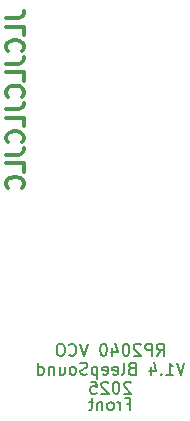
<source format=gbo>
G04 #@! TF.GenerationSoftware,KiCad,Pcbnew,8.0.6-8.0.6-0~ubuntu22.04.1*
G04 #@! TF.CreationDate,2025-04-15T21:33:21+01:00*
G04 #@! TF.ProjectId,RP2040-VCO,52503230-3430-42d5-9643-4f2e6b696361,rev?*
G04 #@! TF.SameCoordinates,Original*
G04 #@! TF.FileFunction,Legend,Bot*
G04 #@! TF.FilePolarity,Positive*
%FSLAX46Y46*%
G04 Gerber Fmt 4.6, Leading zero omitted, Abs format (unit mm)*
G04 Created by KiCad (PCBNEW 8.0.6-8.0.6-0~ubuntu22.04.1) date 2025-04-15 21:33:21*
%MOMM*%
%LPD*%
G01*
G04 APERTURE LIST*
%ADD10C,0.150000*%
%ADD11C,0.300000*%
%ADD12O,6.700000X4.200000*%
G04 APERTURE END LIST*
D10*
X122857143Y-98731009D02*
X123190476Y-98731009D01*
X123190476Y-99254819D02*
X123190476Y-98254819D01*
X123190476Y-98254819D02*
X122714286Y-98254819D01*
X122333333Y-99254819D02*
X122333333Y-98588152D01*
X122333333Y-98778628D02*
X122285714Y-98683390D01*
X122285714Y-98683390D02*
X122238095Y-98635771D01*
X122238095Y-98635771D02*
X122142857Y-98588152D01*
X122142857Y-98588152D02*
X122047619Y-98588152D01*
X121571428Y-99254819D02*
X121666666Y-99207200D01*
X121666666Y-99207200D02*
X121714285Y-99159580D01*
X121714285Y-99159580D02*
X121761904Y-99064342D01*
X121761904Y-99064342D02*
X121761904Y-98778628D01*
X121761904Y-98778628D02*
X121714285Y-98683390D01*
X121714285Y-98683390D02*
X121666666Y-98635771D01*
X121666666Y-98635771D02*
X121571428Y-98588152D01*
X121571428Y-98588152D02*
X121428571Y-98588152D01*
X121428571Y-98588152D02*
X121333333Y-98635771D01*
X121333333Y-98635771D02*
X121285714Y-98683390D01*
X121285714Y-98683390D02*
X121238095Y-98778628D01*
X121238095Y-98778628D02*
X121238095Y-99064342D01*
X121238095Y-99064342D02*
X121285714Y-99159580D01*
X121285714Y-99159580D02*
X121333333Y-99207200D01*
X121333333Y-99207200D02*
X121428571Y-99254819D01*
X121428571Y-99254819D02*
X121571428Y-99254819D01*
X120809523Y-98588152D02*
X120809523Y-99254819D01*
X120809523Y-98683390D02*
X120761904Y-98635771D01*
X120761904Y-98635771D02*
X120666666Y-98588152D01*
X120666666Y-98588152D02*
X120523809Y-98588152D01*
X120523809Y-98588152D02*
X120428571Y-98635771D01*
X120428571Y-98635771D02*
X120380952Y-98731009D01*
X120380952Y-98731009D02*
X120380952Y-99254819D01*
X120047618Y-98588152D02*
X119666666Y-98588152D01*
X119904761Y-98254819D02*
X119904761Y-99111961D01*
X119904761Y-99111961D02*
X119857142Y-99207200D01*
X119857142Y-99207200D02*
X119761904Y-99254819D01*
X119761904Y-99254819D02*
X119666666Y-99254819D01*
D11*
X112678328Y-66071428D02*
X113749757Y-66071428D01*
X113749757Y-66071428D02*
X113964042Y-65999999D01*
X113964042Y-65999999D02*
X114106900Y-65857142D01*
X114106900Y-65857142D02*
X114178328Y-65642856D01*
X114178328Y-65642856D02*
X114178328Y-65499999D01*
X114178328Y-67499999D02*
X114178328Y-66785713D01*
X114178328Y-66785713D02*
X112678328Y-66785713D01*
X114035471Y-68857142D02*
X114106900Y-68785714D01*
X114106900Y-68785714D02*
X114178328Y-68571428D01*
X114178328Y-68571428D02*
X114178328Y-68428571D01*
X114178328Y-68428571D02*
X114106900Y-68214285D01*
X114106900Y-68214285D02*
X113964042Y-68071428D01*
X113964042Y-68071428D02*
X113821185Y-67999999D01*
X113821185Y-67999999D02*
X113535471Y-67928571D01*
X113535471Y-67928571D02*
X113321185Y-67928571D01*
X113321185Y-67928571D02*
X113035471Y-67999999D01*
X113035471Y-67999999D02*
X112892614Y-68071428D01*
X112892614Y-68071428D02*
X112749757Y-68214285D01*
X112749757Y-68214285D02*
X112678328Y-68428571D01*
X112678328Y-68428571D02*
X112678328Y-68571428D01*
X112678328Y-68571428D02*
X112749757Y-68785714D01*
X112749757Y-68785714D02*
X112821185Y-68857142D01*
X112678328Y-69928571D02*
X113749757Y-69928571D01*
X113749757Y-69928571D02*
X113964042Y-69857142D01*
X113964042Y-69857142D02*
X114106900Y-69714285D01*
X114106900Y-69714285D02*
X114178328Y-69499999D01*
X114178328Y-69499999D02*
X114178328Y-69357142D01*
X114178328Y-71357142D02*
X114178328Y-70642856D01*
X114178328Y-70642856D02*
X112678328Y-70642856D01*
X114035471Y-72714285D02*
X114106900Y-72642857D01*
X114106900Y-72642857D02*
X114178328Y-72428571D01*
X114178328Y-72428571D02*
X114178328Y-72285714D01*
X114178328Y-72285714D02*
X114106900Y-72071428D01*
X114106900Y-72071428D02*
X113964042Y-71928571D01*
X113964042Y-71928571D02*
X113821185Y-71857142D01*
X113821185Y-71857142D02*
X113535471Y-71785714D01*
X113535471Y-71785714D02*
X113321185Y-71785714D01*
X113321185Y-71785714D02*
X113035471Y-71857142D01*
X113035471Y-71857142D02*
X112892614Y-71928571D01*
X112892614Y-71928571D02*
X112749757Y-72071428D01*
X112749757Y-72071428D02*
X112678328Y-72285714D01*
X112678328Y-72285714D02*
X112678328Y-72428571D01*
X112678328Y-72428571D02*
X112749757Y-72642857D01*
X112749757Y-72642857D02*
X112821185Y-72714285D01*
X112678328Y-73785714D02*
X113749757Y-73785714D01*
X113749757Y-73785714D02*
X113964042Y-73714285D01*
X113964042Y-73714285D02*
X114106900Y-73571428D01*
X114106900Y-73571428D02*
X114178328Y-73357142D01*
X114178328Y-73357142D02*
X114178328Y-73214285D01*
X114178328Y-75214285D02*
X114178328Y-74499999D01*
X114178328Y-74499999D02*
X112678328Y-74499999D01*
X114035471Y-76571428D02*
X114106900Y-76500000D01*
X114106900Y-76500000D02*
X114178328Y-76285714D01*
X114178328Y-76285714D02*
X114178328Y-76142857D01*
X114178328Y-76142857D02*
X114106900Y-75928571D01*
X114106900Y-75928571D02*
X113964042Y-75785714D01*
X113964042Y-75785714D02*
X113821185Y-75714285D01*
X113821185Y-75714285D02*
X113535471Y-75642857D01*
X113535471Y-75642857D02*
X113321185Y-75642857D01*
X113321185Y-75642857D02*
X113035471Y-75714285D01*
X113035471Y-75714285D02*
X112892614Y-75785714D01*
X112892614Y-75785714D02*
X112749757Y-75928571D01*
X112749757Y-75928571D02*
X112678328Y-76142857D01*
X112678328Y-76142857D02*
X112678328Y-76285714D01*
X112678328Y-76285714D02*
X112749757Y-76500000D01*
X112749757Y-76500000D02*
X112821185Y-76571428D01*
X112678328Y-77642857D02*
X113749757Y-77642857D01*
X113749757Y-77642857D02*
X113964042Y-77571428D01*
X113964042Y-77571428D02*
X114106900Y-77428571D01*
X114106900Y-77428571D02*
X114178328Y-77214285D01*
X114178328Y-77214285D02*
X114178328Y-77071428D01*
X114178328Y-79071428D02*
X114178328Y-78357142D01*
X114178328Y-78357142D02*
X112678328Y-78357142D01*
X114035471Y-80428571D02*
X114106900Y-80357143D01*
X114106900Y-80357143D02*
X114178328Y-80142857D01*
X114178328Y-80142857D02*
X114178328Y-80000000D01*
X114178328Y-80000000D02*
X114106900Y-79785714D01*
X114106900Y-79785714D02*
X113964042Y-79642857D01*
X113964042Y-79642857D02*
X113821185Y-79571428D01*
X113821185Y-79571428D02*
X113535471Y-79500000D01*
X113535471Y-79500000D02*
X113321185Y-79500000D01*
X113321185Y-79500000D02*
X113035471Y-79571428D01*
X113035471Y-79571428D02*
X112892614Y-79642857D01*
X112892614Y-79642857D02*
X112749757Y-79785714D01*
X112749757Y-79785714D02*
X112678328Y-80000000D01*
X112678328Y-80000000D02*
X112678328Y-80142857D01*
X112678328Y-80142857D02*
X112749757Y-80357143D01*
X112749757Y-80357143D02*
X112821185Y-80428571D01*
D10*
X125428571Y-94644875D02*
X125761904Y-94168684D01*
X125999999Y-94644875D02*
X125999999Y-93644875D01*
X125999999Y-93644875D02*
X125619047Y-93644875D01*
X125619047Y-93644875D02*
X125523809Y-93692494D01*
X125523809Y-93692494D02*
X125476190Y-93740113D01*
X125476190Y-93740113D02*
X125428571Y-93835351D01*
X125428571Y-93835351D02*
X125428571Y-93978208D01*
X125428571Y-93978208D02*
X125476190Y-94073446D01*
X125476190Y-94073446D02*
X125523809Y-94121065D01*
X125523809Y-94121065D02*
X125619047Y-94168684D01*
X125619047Y-94168684D02*
X125999999Y-94168684D01*
X124999999Y-94644875D02*
X124999999Y-93644875D01*
X124999999Y-93644875D02*
X124619047Y-93644875D01*
X124619047Y-93644875D02*
X124523809Y-93692494D01*
X124523809Y-93692494D02*
X124476190Y-93740113D01*
X124476190Y-93740113D02*
X124428571Y-93835351D01*
X124428571Y-93835351D02*
X124428571Y-93978208D01*
X124428571Y-93978208D02*
X124476190Y-94073446D01*
X124476190Y-94073446D02*
X124523809Y-94121065D01*
X124523809Y-94121065D02*
X124619047Y-94168684D01*
X124619047Y-94168684D02*
X124999999Y-94168684D01*
X124047618Y-93740113D02*
X123999999Y-93692494D01*
X123999999Y-93692494D02*
X123904761Y-93644875D01*
X123904761Y-93644875D02*
X123666666Y-93644875D01*
X123666666Y-93644875D02*
X123571428Y-93692494D01*
X123571428Y-93692494D02*
X123523809Y-93740113D01*
X123523809Y-93740113D02*
X123476190Y-93835351D01*
X123476190Y-93835351D02*
X123476190Y-93930589D01*
X123476190Y-93930589D02*
X123523809Y-94073446D01*
X123523809Y-94073446D02*
X124095237Y-94644875D01*
X124095237Y-94644875D02*
X123476190Y-94644875D01*
X122857142Y-93644875D02*
X122761904Y-93644875D01*
X122761904Y-93644875D02*
X122666666Y-93692494D01*
X122666666Y-93692494D02*
X122619047Y-93740113D01*
X122619047Y-93740113D02*
X122571428Y-93835351D01*
X122571428Y-93835351D02*
X122523809Y-94025827D01*
X122523809Y-94025827D02*
X122523809Y-94263922D01*
X122523809Y-94263922D02*
X122571428Y-94454398D01*
X122571428Y-94454398D02*
X122619047Y-94549636D01*
X122619047Y-94549636D02*
X122666666Y-94597256D01*
X122666666Y-94597256D02*
X122761904Y-94644875D01*
X122761904Y-94644875D02*
X122857142Y-94644875D01*
X122857142Y-94644875D02*
X122952380Y-94597256D01*
X122952380Y-94597256D02*
X122999999Y-94549636D01*
X122999999Y-94549636D02*
X123047618Y-94454398D01*
X123047618Y-94454398D02*
X123095237Y-94263922D01*
X123095237Y-94263922D02*
X123095237Y-94025827D01*
X123095237Y-94025827D02*
X123047618Y-93835351D01*
X123047618Y-93835351D02*
X122999999Y-93740113D01*
X122999999Y-93740113D02*
X122952380Y-93692494D01*
X122952380Y-93692494D02*
X122857142Y-93644875D01*
X121666666Y-93978208D02*
X121666666Y-94644875D01*
X121904761Y-93597256D02*
X122142856Y-94311541D01*
X122142856Y-94311541D02*
X121523809Y-94311541D01*
X120952380Y-93644875D02*
X120857142Y-93644875D01*
X120857142Y-93644875D02*
X120761904Y-93692494D01*
X120761904Y-93692494D02*
X120714285Y-93740113D01*
X120714285Y-93740113D02*
X120666666Y-93835351D01*
X120666666Y-93835351D02*
X120619047Y-94025827D01*
X120619047Y-94025827D02*
X120619047Y-94263922D01*
X120619047Y-94263922D02*
X120666666Y-94454398D01*
X120666666Y-94454398D02*
X120714285Y-94549636D01*
X120714285Y-94549636D02*
X120761904Y-94597256D01*
X120761904Y-94597256D02*
X120857142Y-94644875D01*
X120857142Y-94644875D02*
X120952380Y-94644875D01*
X120952380Y-94644875D02*
X121047618Y-94597256D01*
X121047618Y-94597256D02*
X121095237Y-94549636D01*
X121095237Y-94549636D02*
X121142856Y-94454398D01*
X121142856Y-94454398D02*
X121190475Y-94263922D01*
X121190475Y-94263922D02*
X121190475Y-94025827D01*
X121190475Y-94025827D02*
X121142856Y-93835351D01*
X121142856Y-93835351D02*
X121095237Y-93740113D01*
X121095237Y-93740113D02*
X121047618Y-93692494D01*
X121047618Y-93692494D02*
X120952380Y-93644875D01*
X119571427Y-93644875D02*
X119238094Y-94644875D01*
X119238094Y-94644875D02*
X118904761Y-93644875D01*
X117999999Y-94549636D02*
X118047618Y-94597256D01*
X118047618Y-94597256D02*
X118190475Y-94644875D01*
X118190475Y-94644875D02*
X118285713Y-94644875D01*
X118285713Y-94644875D02*
X118428570Y-94597256D01*
X118428570Y-94597256D02*
X118523808Y-94502017D01*
X118523808Y-94502017D02*
X118571427Y-94406779D01*
X118571427Y-94406779D02*
X118619046Y-94216303D01*
X118619046Y-94216303D02*
X118619046Y-94073446D01*
X118619046Y-94073446D02*
X118571427Y-93882970D01*
X118571427Y-93882970D02*
X118523808Y-93787732D01*
X118523808Y-93787732D02*
X118428570Y-93692494D01*
X118428570Y-93692494D02*
X118285713Y-93644875D01*
X118285713Y-93644875D02*
X118190475Y-93644875D01*
X118190475Y-93644875D02*
X118047618Y-93692494D01*
X118047618Y-93692494D02*
X117999999Y-93740113D01*
X117380951Y-93644875D02*
X117190475Y-93644875D01*
X117190475Y-93644875D02*
X117095237Y-93692494D01*
X117095237Y-93692494D02*
X116999999Y-93787732D01*
X116999999Y-93787732D02*
X116952380Y-93978208D01*
X116952380Y-93978208D02*
X116952380Y-94311541D01*
X116952380Y-94311541D02*
X116999999Y-94502017D01*
X116999999Y-94502017D02*
X117095237Y-94597256D01*
X117095237Y-94597256D02*
X117190475Y-94644875D01*
X117190475Y-94644875D02*
X117380951Y-94644875D01*
X117380951Y-94644875D02*
X117476189Y-94597256D01*
X117476189Y-94597256D02*
X117571427Y-94502017D01*
X117571427Y-94502017D02*
X117619046Y-94311541D01*
X117619046Y-94311541D02*
X117619046Y-93978208D01*
X117619046Y-93978208D02*
X117571427Y-93787732D01*
X117571427Y-93787732D02*
X117476189Y-93692494D01*
X117476189Y-93692494D02*
X117380951Y-93644875D01*
X127761904Y-95254819D02*
X127428571Y-96254819D01*
X127428571Y-96254819D02*
X127095238Y-95254819D01*
X126238095Y-96254819D02*
X126809523Y-96254819D01*
X126523809Y-96254819D02*
X126523809Y-95254819D01*
X126523809Y-95254819D02*
X126619047Y-95397676D01*
X126619047Y-95397676D02*
X126714285Y-95492914D01*
X126714285Y-95492914D02*
X126809523Y-95540533D01*
X125809523Y-96159580D02*
X125761904Y-96207200D01*
X125761904Y-96207200D02*
X125809523Y-96254819D01*
X125809523Y-96254819D02*
X125857142Y-96207200D01*
X125857142Y-96207200D02*
X125809523Y-96159580D01*
X125809523Y-96159580D02*
X125809523Y-96254819D01*
X124904762Y-95588152D02*
X124904762Y-96254819D01*
X125142857Y-95207200D02*
X125380952Y-95921485D01*
X125380952Y-95921485D02*
X124761905Y-95921485D01*
X123285714Y-95731009D02*
X123142857Y-95778628D01*
X123142857Y-95778628D02*
X123095238Y-95826247D01*
X123095238Y-95826247D02*
X123047619Y-95921485D01*
X123047619Y-95921485D02*
X123047619Y-96064342D01*
X123047619Y-96064342D02*
X123095238Y-96159580D01*
X123095238Y-96159580D02*
X123142857Y-96207200D01*
X123142857Y-96207200D02*
X123238095Y-96254819D01*
X123238095Y-96254819D02*
X123619047Y-96254819D01*
X123619047Y-96254819D02*
X123619047Y-95254819D01*
X123619047Y-95254819D02*
X123285714Y-95254819D01*
X123285714Y-95254819D02*
X123190476Y-95302438D01*
X123190476Y-95302438D02*
X123142857Y-95350057D01*
X123142857Y-95350057D02*
X123095238Y-95445295D01*
X123095238Y-95445295D02*
X123095238Y-95540533D01*
X123095238Y-95540533D02*
X123142857Y-95635771D01*
X123142857Y-95635771D02*
X123190476Y-95683390D01*
X123190476Y-95683390D02*
X123285714Y-95731009D01*
X123285714Y-95731009D02*
X123619047Y-95731009D01*
X122476190Y-96254819D02*
X122571428Y-96207200D01*
X122571428Y-96207200D02*
X122619047Y-96111961D01*
X122619047Y-96111961D02*
X122619047Y-95254819D01*
X121714285Y-96207200D02*
X121809523Y-96254819D01*
X121809523Y-96254819D02*
X121999999Y-96254819D01*
X121999999Y-96254819D02*
X122095237Y-96207200D01*
X122095237Y-96207200D02*
X122142856Y-96111961D01*
X122142856Y-96111961D02*
X122142856Y-95731009D01*
X122142856Y-95731009D02*
X122095237Y-95635771D01*
X122095237Y-95635771D02*
X121999999Y-95588152D01*
X121999999Y-95588152D02*
X121809523Y-95588152D01*
X121809523Y-95588152D02*
X121714285Y-95635771D01*
X121714285Y-95635771D02*
X121666666Y-95731009D01*
X121666666Y-95731009D02*
X121666666Y-95826247D01*
X121666666Y-95826247D02*
X122142856Y-95921485D01*
X120857142Y-96207200D02*
X120952380Y-96254819D01*
X120952380Y-96254819D02*
X121142856Y-96254819D01*
X121142856Y-96254819D02*
X121238094Y-96207200D01*
X121238094Y-96207200D02*
X121285713Y-96111961D01*
X121285713Y-96111961D02*
X121285713Y-95731009D01*
X121285713Y-95731009D02*
X121238094Y-95635771D01*
X121238094Y-95635771D02*
X121142856Y-95588152D01*
X121142856Y-95588152D02*
X120952380Y-95588152D01*
X120952380Y-95588152D02*
X120857142Y-95635771D01*
X120857142Y-95635771D02*
X120809523Y-95731009D01*
X120809523Y-95731009D02*
X120809523Y-95826247D01*
X120809523Y-95826247D02*
X121285713Y-95921485D01*
X120380951Y-95588152D02*
X120380951Y-96588152D01*
X120380951Y-95635771D02*
X120285713Y-95588152D01*
X120285713Y-95588152D02*
X120095237Y-95588152D01*
X120095237Y-95588152D02*
X119999999Y-95635771D01*
X119999999Y-95635771D02*
X119952380Y-95683390D01*
X119952380Y-95683390D02*
X119904761Y-95778628D01*
X119904761Y-95778628D02*
X119904761Y-96064342D01*
X119904761Y-96064342D02*
X119952380Y-96159580D01*
X119952380Y-96159580D02*
X119999999Y-96207200D01*
X119999999Y-96207200D02*
X120095237Y-96254819D01*
X120095237Y-96254819D02*
X120285713Y-96254819D01*
X120285713Y-96254819D02*
X120380951Y-96207200D01*
X119523808Y-96207200D02*
X119380951Y-96254819D01*
X119380951Y-96254819D02*
X119142856Y-96254819D01*
X119142856Y-96254819D02*
X119047618Y-96207200D01*
X119047618Y-96207200D02*
X118999999Y-96159580D01*
X118999999Y-96159580D02*
X118952380Y-96064342D01*
X118952380Y-96064342D02*
X118952380Y-95969104D01*
X118952380Y-95969104D02*
X118999999Y-95873866D01*
X118999999Y-95873866D02*
X119047618Y-95826247D01*
X119047618Y-95826247D02*
X119142856Y-95778628D01*
X119142856Y-95778628D02*
X119333332Y-95731009D01*
X119333332Y-95731009D02*
X119428570Y-95683390D01*
X119428570Y-95683390D02*
X119476189Y-95635771D01*
X119476189Y-95635771D02*
X119523808Y-95540533D01*
X119523808Y-95540533D02*
X119523808Y-95445295D01*
X119523808Y-95445295D02*
X119476189Y-95350057D01*
X119476189Y-95350057D02*
X119428570Y-95302438D01*
X119428570Y-95302438D02*
X119333332Y-95254819D01*
X119333332Y-95254819D02*
X119095237Y-95254819D01*
X119095237Y-95254819D02*
X118952380Y-95302438D01*
X118380951Y-96254819D02*
X118476189Y-96207200D01*
X118476189Y-96207200D02*
X118523808Y-96159580D01*
X118523808Y-96159580D02*
X118571427Y-96064342D01*
X118571427Y-96064342D02*
X118571427Y-95778628D01*
X118571427Y-95778628D02*
X118523808Y-95683390D01*
X118523808Y-95683390D02*
X118476189Y-95635771D01*
X118476189Y-95635771D02*
X118380951Y-95588152D01*
X118380951Y-95588152D02*
X118238094Y-95588152D01*
X118238094Y-95588152D02*
X118142856Y-95635771D01*
X118142856Y-95635771D02*
X118095237Y-95683390D01*
X118095237Y-95683390D02*
X118047618Y-95778628D01*
X118047618Y-95778628D02*
X118047618Y-96064342D01*
X118047618Y-96064342D02*
X118095237Y-96159580D01*
X118095237Y-96159580D02*
X118142856Y-96207200D01*
X118142856Y-96207200D02*
X118238094Y-96254819D01*
X118238094Y-96254819D02*
X118380951Y-96254819D01*
X117190475Y-95588152D02*
X117190475Y-96254819D01*
X117619046Y-95588152D02*
X117619046Y-96111961D01*
X117619046Y-96111961D02*
X117571427Y-96207200D01*
X117571427Y-96207200D02*
X117476189Y-96254819D01*
X117476189Y-96254819D02*
X117333332Y-96254819D01*
X117333332Y-96254819D02*
X117238094Y-96207200D01*
X117238094Y-96207200D02*
X117190475Y-96159580D01*
X116714284Y-95588152D02*
X116714284Y-96254819D01*
X116714284Y-95683390D02*
X116666665Y-95635771D01*
X116666665Y-95635771D02*
X116571427Y-95588152D01*
X116571427Y-95588152D02*
X116428570Y-95588152D01*
X116428570Y-95588152D02*
X116333332Y-95635771D01*
X116333332Y-95635771D02*
X116285713Y-95731009D01*
X116285713Y-95731009D02*
X116285713Y-96254819D01*
X115380951Y-96254819D02*
X115380951Y-95254819D01*
X115380951Y-96207200D02*
X115476189Y-96254819D01*
X115476189Y-96254819D02*
X115666665Y-96254819D01*
X115666665Y-96254819D02*
X115761903Y-96207200D01*
X115761903Y-96207200D02*
X115809522Y-96159580D01*
X115809522Y-96159580D02*
X115857141Y-96064342D01*
X115857141Y-96064342D02*
X115857141Y-95778628D01*
X115857141Y-95778628D02*
X115809522Y-95683390D01*
X115809522Y-95683390D02*
X115761903Y-95635771D01*
X115761903Y-95635771D02*
X115666665Y-95588152D01*
X115666665Y-95588152D02*
X115476189Y-95588152D01*
X115476189Y-95588152D02*
X115380951Y-95635771D01*
X123214285Y-96960001D02*
X123166666Y-96912382D01*
X123166666Y-96912382D02*
X123071428Y-96864763D01*
X123071428Y-96864763D02*
X122833333Y-96864763D01*
X122833333Y-96864763D02*
X122738095Y-96912382D01*
X122738095Y-96912382D02*
X122690476Y-96960001D01*
X122690476Y-96960001D02*
X122642857Y-97055239D01*
X122642857Y-97055239D02*
X122642857Y-97150477D01*
X122642857Y-97150477D02*
X122690476Y-97293334D01*
X122690476Y-97293334D02*
X123261904Y-97864763D01*
X123261904Y-97864763D02*
X122642857Y-97864763D01*
X122023809Y-96864763D02*
X121928571Y-96864763D01*
X121928571Y-96864763D02*
X121833333Y-96912382D01*
X121833333Y-96912382D02*
X121785714Y-96960001D01*
X121785714Y-96960001D02*
X121738095Y-97055239D01*
X121738095Y-97055239D02*
X121690476Y-97245715D01*
X121690476Y-97245715D02*
X121690476Y-97483810D01*
X121690476Y-97483810D02*
X121738095Y-97674286D01*
X121738095Y-97674286D02*
X121785714Y-97769524D01*
X121785714Y-97769524D02*
X121833333Y-97817144D01*
X121833333Y-97817144D02*
X121928571Y-97864763D01*
X121928571Y-97864763D02*
X122023809Y-97864763D01*
X122023809Y-97864763D02*
X122119047Y-97817144D01*
X122119047Y-97817144D02*
X122166666Y-97769524D01*
X122166666Y-97769524D02*
X122214285Y-97674286D01*
X122214285Y-97674286D02*
X122261904Y-97483810D01*
X122261904Y-97483810D02*
X122261904Y-97245715D01*
X122261904Y-97245715D02*
X122214285Y-97055239D01*
X122214285Y-97055239D02*
X122166666Y-96960001D01*
X122166666Y-96960001D02*
X122119047Y-96912382D01*
X122119047Y-96912382D02*
X122023809Y-96864763D01*
X121309523Y-96960001D02*
X121261904Y-96912382D01*
X121261904Y-96912382D02*
X121166666Y-96864763D01*
X121166666Y-96864763D02*
X120928571Y-96864763D01*
X120928571Y-96864763D02*
X120833333Y-96912382D01*
X120833333Y-96912382D02*
X120785714Y-96960001D01*
X120785714Y-96960001D02*
X120738095Y-97055239D01*
X120738095Y-97055239D02*
X120738095Y-97150477D01*
X120738095Y-97150477D02*
X120785714Y-97293334D01*
X120785714Y-97293334D02*
X121357142Y-97864763D01*
X121357142Y-97864763D02*
X120738095Y-97864763D01*
X119833333Y-96864763D02*
X120309523Y-96864763D01*
X120309523Y-96864763D02*
X120357142Y-97340953D01*
X120357142Y-97340953D02*
X120309523Y-97293334D01*
X120309523Y-97293334D02*
X120214285Y-97245715D01*
X120214285Y-97245715D02*
X119976190Y-97245715D01*
X119976190Y-97245715D02*
X119880952Y-97293334D01*
X119880952Y-97293334D02*
X119833333Y-97340953D01*
X119833333Y-97340953D02*
X119785714Y-97436191D01*
X119785714Y-97436191D02*
X119785714Y-97674286D01*
X119785714Y-97674286D02*
X119833333Y-97769524D01*
X119833333Y-97769524D02*
X119880952Y-97817144D01*
X119880952Y-97817144D02*
X119976190Y-97864763D01*
X119976190Y-97864763D02*
X120214285Y-97864763D01*
X120214285Y-97864763D02*
X120309523Y-97817144D01*
X120309523Y-97817144D02*
X120357142Y-97769524D01*
%LPC*%
D12*
X116500000Y-30000000D03*
X126500000Y-152500000D03*
%LPD*%
M02*

</source>
